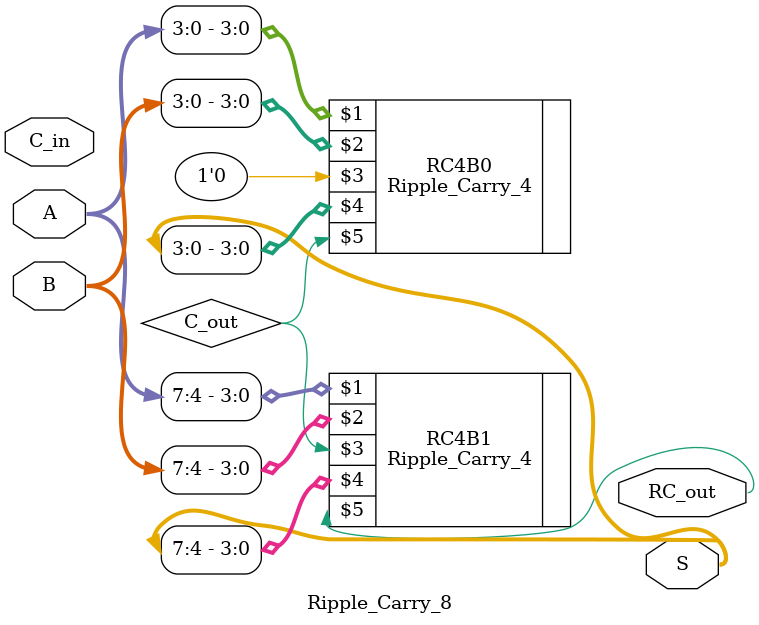
<source format=v>
module Ripple_Carry_8(
      input [7:0] A , B ,
      input C_in , 
      output [7:0] S , 
      output RC_out ) ;

      wire C_out;

     Ripple_Carry_4 RC4B0(A[3:0] ,B[3:0] , 1'b0 , S[3:0]   , C_out);

     Ripple_Carry_4 RC4B1(A[7:4] , B[7:4] , C_out , S[7:4] ,RC_out);

     




endmodule 
</source>
